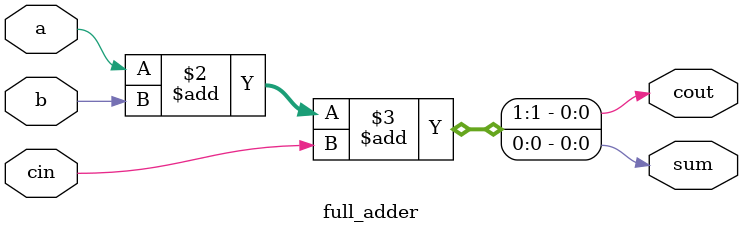
<source format=v>

`timescale 1ns / 1ns

module full_adder (input wire a, b, cin,
		output reg sum, cout);

always @(a or b or cin)
  {cout, sum} = a + b + cin;

endmodule
</source>
